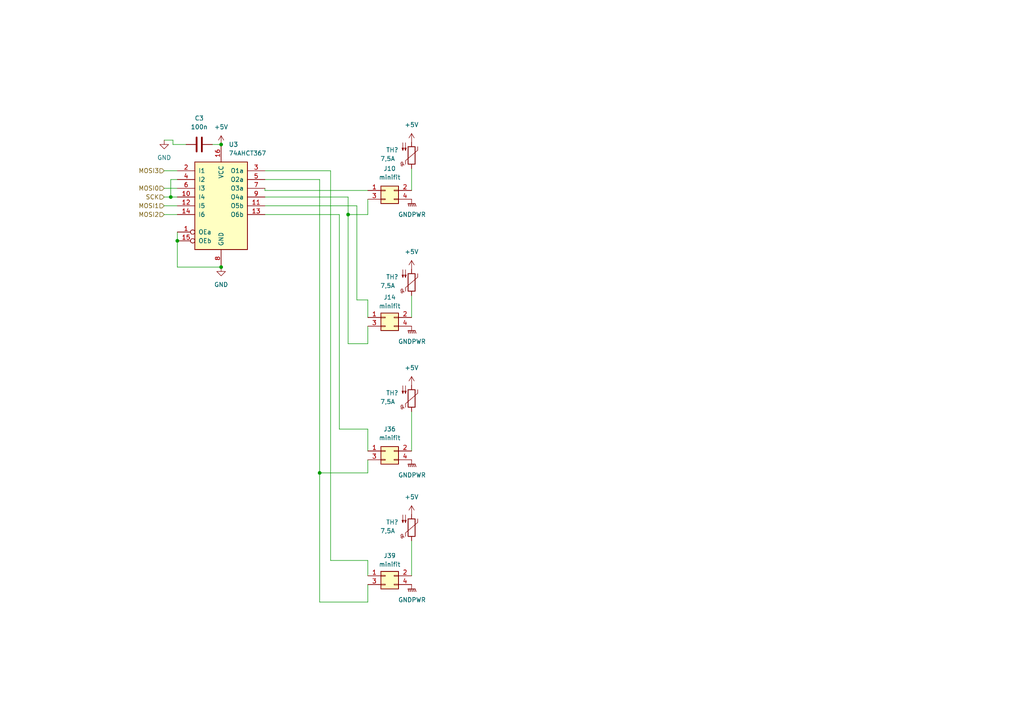
<source format=kicad_sch>
(kicad_sch (version 20230121) (generator eeschema)
  (paper "A4")
  (lib_symbols
    (symbol "74xx:74LS367" (pin_names (offset 1.016))
      (property "Reference" "U" (at -7.62 13.97 0))
      (property "Value" "74LS367" (at -7.62 -13.97 0))
      (symbol "74LS367_1_0"
        (pin input inverted (at -12.7 -7.62 0) (length 5.08) (name "OEa") (number "1"))
        (pin input line (at -12.7 2.54 0) (length 5.08) (name "I4") (number "10"))
        (pin tri_state line (at 12.7 0 180) (length 5.08) (name "O5b") (number "11"))
        (pin input line (at -12.7 0 0) (length 5.08) (name "I5") (number "12"))
        (pin tri_state line (at 12.7 -2.54 180) (length 5.08) (name "O6b") (number "13"))
        (pin input line (at -12.7 -2.54 0) (length 5.08) (name "I6") (number "14"))
        (pin input inverted (at -12.7 -10.16 0) (length 5.08) (name "OEb") (number "15"))
        (pin power_in line (at 0 17.78 270) (length 5.08) (name "VCC") (number "16"))
        (pin input line (at -12.7 10.16 0) (length 5.08) (name "I1") (number "2"))
        (pin tri_state line (at 12.7 10.16 180) (length 5.08) (name "O1a") (number "3"))
        (pin input line (at -12.7 7.62 0) (length 5.08) (name "I2") (number "4"))
        (pin tri_state line (at 12.7 7.62 180) (length 5.08) (name "O2a") (number "5"))
        (pin input line (at -12.7 5.08 0) (length 5.08) (name "I3") (number "6"))
        (pin tri_state line (at 12.7 5.08 180) (length 5.08) (name "O3a") (number "7"))
        (pin power_in line (at 0 -17.78 90) (length 5.08) (name "GND") (number "8"))
        (pin tri_state line (at 12.7 2.54 180) (length 5.08) (name "O4a") (number "9"))
      )
      (symbol "74LS367_1_1"
        (rectangle (start -7.62 12.7) (end 7.62 -12.7) (stroke (width 0.254)) (fill (type background)))
      )
    )
    (symbol "Connector_Generic:Conn_02x02_Odd_Even" (pin_names (offset 1.016) hide)
      (property "Reference" "J" (at 1.27 2.54 0))
      (property "Value" "Conn_02x02_Odd_Even" (at 1.27 -5.08 0))
      (symbol "Conn_02x02_Odd_Even_1_1"
        (rectangle (start -1.27 -2.413) (end 0 -2.667) (stroke (width 0.1524)))
        (rectangle (start -1.27 0.127) (end 0 -0.127) (stroke (width 0.1524)))
        (rectangle (start -1.27 1.27) (end 3.81 -3.81) (stroke (width 0.254)) (fill (type background)))
        (rectangle (start 3.81 -2.413) (end 2.54 -2.667) (stroke (width 0.1524)))
        (rectangle (start 3.81 0.127) (end 2.54 -0.127) (stroke (width 0.1524)))
        (pin passive line (at -5.08 0 0) (length 3.81) (name "Pin_1") (number "1"))
        (pin passive line (at 7.62 0 180) (length 3.81) (name "Pin_2") (number "2"))
        (pin passive line (at -5.08 -2.54 0) (length 3.81) (name "Pin_3") (number "3"))
        (pin passive line (at 7.62 -2.54 180) (length 3.81) (name "Pin_4") (number "4"))
      )
    )
    (symbol "Device:C" (pin_numbers hide) (pin_names (offset 0.254))
      (property "Reference" "C" (at 0.635 2.54 0))
      (property "Value" "C" (at 0.635 -2.54 0))
      (symbol "C_0_1"
        (polyline (pts (xy -2.032 -0.762) (xy 2.032 -0.762)) (stroke (width 0.508)))
        (polyline (pts (xy -2.032 0.762) (xy 2.032 0.762)) (stroke (width 0.508)))
      )
      (symbol "C_1_1"
        (pin passive line (at 0 3.81 270) (length 2.794) (name "~") (number "1"))
        (pin passive line (at 0 -3.81 90) (length 2.794) (name "~") (number "2"))
      )
    )
    (symbol "Device:Thermistor_PTC" (pin_numbers hide) (pin_names (offset 0))
      (property "Reference" "TH" (at -4.064 0 90))
      (property "Value" "Thermistor_PTC" (at 3.048 0 90))
      (symbol "Thermistor_PTC_0_1"
        (arc (start -3.048 2.159) (mid -3.0495 2.3143) (end -3.175 2.413))
        (arc (start -3.048 2.159) (mid -2.9736 1.9794) (end -2.794 1.905))
        (arc (start -3.048 2.794) (mid -2.9736 2.6144) (end -2.794 2.54))
        (arc (start -2.794 1.905) (mid -2.6144 1.9794) (end -2.54 2.159))
        (arc (start -2.794 2.54) (mid -2.4393 2.5587) (end -2.159 2.794))
        (arc (start -2.794 3.048) (mid -2.9736 2.9736) (end -3.048 2.794))
        (arc (start -2.54 2.794) (mid -2.6144 2.9736) (end -2.794 3.048))
        (rectangle (start -1.016 2.54) (end 1.016 -2.54) (stroke (width 0.254)))
        (polyline (pts (xy -2.54 2.159) (xy -2.54 2.794)))
        (polyline (pts (xy -1.778 2.54) (xy -1.778 1.524) (xy 1.778 -1.524) (xy 1.778 -2.54)))
        (polyline (pts (xy -2.54 -3.683) (xy -2.54 -1.397) (xy -2.794 -2.159) (xy -2.286 -2.159) (xy -2.54 -1.397) (xy -2.54 -1.651)) (fill (type outline)))
        (polyline (pts (xy -1.778 -3.683) (xy -1.778 -1.397) (xy -2.032 -2.159) (xy -1.524 -2.159) (xy -1.778 -1.397) (xy -1.778 -1.651)) (fill (type outline)))
      )
      (symbol "Thermistor_PTC_1_1"
        (pin passive line (at 0 3.81 270) (length 1.27) (name "~") (number "1"))
        (pin passive line (at 0 -3.81 90) (length 1.27) (name "~") (number "2"))
      )
    )
    (symbol "power:+5V" (power) (pin_names (offset 0))
      (property "Value" "+5V" (at 0 3.556 0))
      (symbol "+5V_0_1"
        (polyline (pts (xy -0.762 1.27) (xy 0 2.54)))
        (polyline (pts (xy 0 0) (xy 0 2.54)))
        (polyline (pts (xy 0 2.54) (xy 0.762 1.27)))
      )
      (symbol "+5V_1_1"
        (pin power_in line (at 0 0 90) (length 0) hide (name "+5V") (number "1"))
      )
    )
    (symbol "power:GND" (power) (pin_names (offset 0))
      (property "Value" "GND" (at 0 -3.81 0))
      (symbol "GND_0_1"
        (polyline (pts (xy 0 0) (xy 0 -1.27) (xy 1.27 -1.27) (xy 0 -2.54) (xy -1.27 -1.27) (xy 0 -1.27)))
      )
      (symbol "GND_1_1"
        (pin power_in line (at 0 0 270) (length 0) hide (name "GND") (number "1"))
      )
    )
    (symbol "power:GNDPWR" (power) (pin_names (offset 0))
      (property "Value" "GNDPWR" (at 0 -3.302 0))
      (symbol "GNDPWR_0_1"
        (polyline (pts (xy 0 -1.27) (xy 0 0)))
        (polyline (pts (xy -1.016 -1.27) (xy -1.27 -2.032) (xy -1.27 -2.032)) (stroke (width 0.2032)))
        (polyline (pts (xy -0.508 -1.27) (xy -0.762 -2.032) (xy -0.762 -2.032)) (stroke (width 0.2032)))
        (polyline (pts (xy 0 -1.27) (xy -0.254 -2.032) (xy -0.254 -2.032)) (stroke (width 0.2032)))
        (polyline (pts (xy 0.508 -1.27) (xy 0.254 -2.032) (xy 0.254 -2.032)) (stroke (width 0.2032)))
        (polyline (pts (xy 1.016 -1.27) (xy -1.016 -1.27) (xy -1.016 -1.27)) (stroke (width 0.2032)))
        (polyline (pts (xy 1.016 -1.27) (xy 0.762 -2.032) (xy 0.762 -2.032) (xy 0.762 -2.032)) (stroke (width 0.2032)))
      )
      (symbol "GNDPWR_1_1"
        (pin power_in line (at 0 0 270) (length 0) hide (name "GNDPWR") (number "1"))
      )
    )
  )
  (junction (at 92.71 137.16))
  (junction (at 100.965 62.23))
  (junction (at 49.53 57.15))
  (junction (at 51.435 69.85))
  (junction (at 64.135 77.47))
  (junction (at 64.135 41.91))
  (wire (pts (xy 49.53 52.07) (xy 51.435 52.07)))
  (wire (pts (xy 98.425 124.46) (xy 106.68 124.46)))
  (wire (pts (xy 51.435 77.47) (xy 64.135 77.47)))
  (wire (pts (xy 98.425 62.23) (xy 98.425 124.46)))
  (wire (pts (xy 47.625 49.53) (xy 51.435 49.53)))
  (wire (pts (xy 106.68 86.995) (xy 103.505 86.995)))
  (wire (pts (xy 100.965 62.23) (xy 106.68 62.23)))
  (wire (pts (xy 76.835 55.245) (xy 76.835 54.61)))
  (wire (pts (xy 106.68 57.785) (xy 106.68 62.23)))
  (wire (pts (xy 51.435 67.31) (xy 51.435 69.85)))
  (wire (pts (xy 47.625 62.23) (xy 51.435 62.23)))
  (wire (pts (xy 92.71 137.16) (xy 92.71 174.625)))
  (wire (pts (xy 92.71 174.625) (xy 106.68 174.625)))
  (wire (pts (xy 119.38 119.38) (xy 119.38 130.81)))
  (wire (pts (xy 50.165 41.91) (xy 53.975 41.91)))
  (wire (pts (xy 47.625 59.69) (xy 51.435 59.69)))
  (wire (pts (xy 106.68 94.615) (xy 106.68 99.695)))
  (wire (pts (xy 119.38 85.725) (xy 119.38 92.075)))
  (wire (pts (xy 47.625 57.15) (xy 49.53 57.15)))
  (wire (pts (xy 61.595 41.91) (xy 64.135 41.91)))
  (wire (pts (xy 76.835 62.23) (xy 98.425 62.23)))
  (wire (pts (xy 103.505 59.69) (xy 103.505 86.995)))
  (wire (pts (xy 76.835 57.15) (xy 100.965 57.15)))
  (wire (pts (xy 119.38 156.845) (xy 119.38 167.005)))
  (wire (pts (xy 76.835 59.69) (xy 103.505 59.69)))
  (wire (pts (xy 106.68 124.46) (xy 106.68 130.81)))
  (wire (pts (xy 106.68 167.005) (xy 106.68 162.56)))
  (wire (pts (xy 100.965 57.15) (xy 100.965 62.23)))
  (wire (pts (xy 92.71 52.07) (xy 92.71 137.16)))
  (wire (pts (xy 76.835 55.245) (xy 106.68 55.245)))
  (wire (pts (xy 47.625 54.61) (xy 51.435 54.61)))
  (wire (pts (xy 100.965 62.23) (xy 100.965 99.695)))
  (wire (pts (xy 106.68 169.545) (xy 106.68 174.625)))
  (wire (pts (xy 119.38 48.895) (xy 119.38 55.245)))
  (wire (pts (xy 95.885 49.53) (xy 76.835 49.53)))
  (wire (pts (xy 95.885 49.53) (xy 95.885 162.56)))
  (wire (pts (xy 106.68 162.56) (xy 95.885 162.56)))
  (wire (pts (xy 106.68 133.35) (xy 106.68 137.16)))
  (wire (pts (xy 50.165 40.64) (xy 50.165 41.91)))
  (wire (pts (xy 100.965 99.695) (xy 106.68 99.695)))
  (wire (pts (xy 49.53 57.15) (xy 51.435 57.15)))
  (wire (pts (xy 76.835 52.07) (xy 92.71 52.07)))
  (wire (pts (xy 51.435 69.85) (xy 51.435 77.47)))
  (wire (pts (xy 106.68 86.995) (xy 106.68 92.075)))
  (wire (pts (xy 47.625 40.64) (xy 50.165 40.64)))
  (wire (pts (xy 49.53 52.07) (xy 49.53 57.15)))
  (wire (pts (xy 92.71 137.16) (xy 106.68 137.16)))
  (hierarchical_label "SCK" (shape input) (at 47.625 57.15 180))
  (hierarchical_label "MOSI2" (shape input) (at 47.625 62.23 180))
  (hierarchical_label "MOSI1" (shape input) (at 47.625 59.69 180))
  (hierarchical_label "MOSI3" (shape input) (at 47.625 49.53 180))
  (hierarchical_label "MOSI0" (shape input) (at 47.625 54.61 180))
  (symbol (lib_id "power:+5V") (at 119.38 111.76 0) (mirror y) (unit 1)
    (property "Reference" "#PWR030" (effects hide))
    (property "Value" "+5V" (at 119.38 106.68 0))
    (instances (project "speedomobile" (path "" (reference "#PWR031") (unit 1)) (path "" (reference "#PWR0191") (unit 1)) (path "" (reference "#PWR0174") (unit 1)) (path "" (reference "#PWR0178") (unit 1)) (path "" (reference "#PWR0187") (unit 1))))
  )
  (symbol (lib_id "Device:C") (at 57.785 41.91 90) (mirror x) (unit 1)
    (property "Reference" "C3" (at 57.785 34.29 90))
    (property "Value" "100n" (at 57.785 36.83 90))
    (property "Footprint" "Capacitor_SMD:C_1206_3216Metric" (effects hide))
    (property "mouser" " 80-C1206C104K5R " (effects hide))
    (instances (project "speedomobile" (path "" (reference "C3") (unit 1)) (path "" (reference "C14") (unit 1)) (path "" (reference "C14") (unit 1)) (path "" (reference "C15") (unit 1)) (path "" (reference "C16") (unit 1)) (path "" (reference "C23") (unit 1))))
  )
  (symbol (lib_id "power:GNDPWR") (at 119.38 57.785 0) (mirror y) (unit 1)
    (property "Reference" "#PWR030" (effects hide))
    (property "Value" "GNDPWR" (at 119.507 62.23 0))
    (instances (project "speedomobile" (path "" (reference "#PWR030") (unit 1)) (path "" (reference "#PWR031") (unit 1)) (path "" (reference "#PWR0109") (unit 1)) (path "" (reference "#PWR0173") (unit 1)) (path "" (reference "#PWR0184") (unit 1))))
  )
  (symbol (lib_id "power:+5V") (at 119.38 78.105 0) (mirror y) (unit 1)
    (property "Reference" "#PWR030" (effects hide))
    (property "Value" "+5V" (at 119.38 73.025 0))
    (instances (project "speedomobile" (path "" (reference "#PWR031") (unit 1)) (path "" (reference "#PWR0139") (unit 1)) (path "" (reference "#PWR033") (unit 1)) (path "" (reference "#PWR036") (unit 1)) (path "" (reference "#PWR0124") (unit 1))))
  )
  (symbol (lib_id "power:+5V") (at 64.135 41.91 0) (unit 1)
    (property "Reference" "#PWR0159" (effects hide))
    (property "Value" "+5V" (at 64.135 36.83 0))
    (instances (project "speedomobile" (path "" (reference "#PWR0159") (unit 1)) (path "" (reference "#PWR028") (unit 1)) (path "" (reference "#PWR0104") (unit 1)) (path "" (reference "#PWR0158") (unit 1))))
  )
  (symbol (lib_id "Connector_Generic:Conn_02x02_Odd_Even") (at 111.76 55.245 0) (unit 1)
    (property "Reference" "J10" (at 113.03 48.895 0))
    (property "Value" "minifit" (at 113.03 51.435 0))
    (property "Footprint" "Connector_Molex:Molex_Mini-Fit_Jr_5566-04A_2x02_P4.20mm_Vertical" (effects hide))
    (instances (project "speedomobile" (path "" (reference "J10") (unit 1)) (path "" (reference "J11") (unit 1)) (path "" (reference "J12") (unit 1)) (path "" (reference "J13") (unit 1))))
  )
  (symbol (lib_id "Device:Thermistor_PTC") (at 119.38 115.57 0) (mirror x) (unit 1)
    (property "Reference" "TH?" (at 115.57 113.9825 0) (effects (justify right)))
    (property "Value" "7,5A " (at 115.57 116.5225 0) (effects (justify right)))
    (property "Footprint" "Resistor_SMD:R_1210_3225Metric" (effects hide))
    (property "mouser" " 504-PTSLR12106V750 " (effects hide))
    (instances (project "speedomobile" (path "" (reference "TH?") (unit 1)) (path "" (reference "TH9") (unit 1)) (path "" (reference "TH16") (unit 1)) (path "" (reference "TH20") (unit 1)) (path "" (reference "TH7") (unit 1)) (path "" (reference "TH15") (unit 1)) (path "" (reference "TH18") (unit 1))))
  )
  (symbol (lib_id "Device:Thermistor_PTC") (at 119.38 153.035 0) (mirror x) (unit 1)
    (property "Reference" "TH?" (at 115.57 151.4475 0) (effects (justify right)))
    (property "Value" "7,5A " (at 115.57 153.9875 0) (effects (justify right)))
    (property "Footprint" "Resistor_SMD:R_1210_3225Metric" (effects hide))
    (property "mouser" " 504-PTSLR12106V750 " (effects hide))
    (instances (project "speedomobile" (path "" (reference "TH?") (unit 1)) (path "" (reference "TH9") (unit 1)) (path "" (reference "TH16") (unit 1)) (path "" (reference "TH21") (unit 1)) (path "" (reference "TH14") (unit 1)) (path "" (reference "TH16") (unit 1)) (path "" (reference "TH19") (unit 1))))
  )
  (symbol (lib_id "power:GNDPWR") (at 119.38 133.35 0) (mirror y) (unit 1)
    (property "Reference" "#PWR030" (effects hide))
    (property "Value" "GNDPWR" (at 119.507 137.795 0))
    (instances (project "speedomobile" (path "" (reference "#PWR030") (unit 1)) (path "" (reference "#PWR0189") (unit 1)) (path "" (reference "#PWR0167") (unit 1)) (path "" (reference "#PWR0176") (unit 1)) (path "" (reference "#PWR0185") (unit 1))))
  )
  (symbol (lib_id "power:+5V") (at 119.38 41.275 0) (mirror y) (unit 1)
    (property "Reference" "#PWR030" (effects hide))
    (property "Value" "+5V" (at 119.38 36.195 0))
    (instances (project "speedomobile" (path "" (reference "#PWR031") (unit 1)) (path "" (reference "#PWR030") (unit 1)) (path "" (reference "#PWR0108") (unit 1)) (path "" (reference "#PWR0172") (unit 1)) (path "" (reference "#PWR0183") (unit 1))))
  )
  (symbol (lib_id "Connector_Generic:Conn_02x02_Odd_Even") (at 111.76 92.075 0) (unit 1)
    (property "Reference" "J14" (at 113.03 86.233 0))
    (property "Value" "minifit" (at 113.03 88.773 0))
    (property "Footprint" "Connector_Molex:Molex_Mini-Fit_Jr_5566-04A_2x02_P4.20mm_Vertical" (effects hide))
    (instances (project "speedomobile" (path "" (reference "J14") (unit 1)) (path "" (reference "J15") (unit 1)) (path "" (reference "J16") (unit 1)) (path "" (reference "J17") (unit 1))))
  )
  (symbol (lib_id "power:+5V") (at 119.38 149.225 0) (mirror y) (unit 1)
    (property "Reference" "#PWR030" (effects hide))
    (property "Value" "+5V" (at 119.38 144.145 0))
    (instances (project "speedomobile" (path "" (reference "#PWR031") (unit 1)) (path "" (reference "#PWR0192") (unit 1)) (path "" (reference "#PWR0175") (unit 1)) (path "" (reference "#PWR0179") (unit 1)) (path "" (reference "#PWR0188") (unit 1))))
  )
  (symbol (lib_id "Device:Thermistor_PTC") (at 119.38 45.085 0) (mirror x) (unit 1)
    (property "Reference" "TH?" (at 115.57 43.4975 0) (effects (justify right)))
    (property "Value" "7,5A " (at 115.57 46.0375 0) (effects (justify right)))
    (property "Footprint" "Resistor_SMD:R_1210_3225Metric" (effects hide))
    (property "mouser" " 504-PTSLR12106V750 " (effects hide))
    (instances (project "speedomobile" (path "" (reference "TH?") (unit 1)) (path "" (reference "TH9") (unit 1)) (path "" (reference "TH16") (unit 1)) (path "" (reference "TH1") (unit 1)) (path "" (reference "TH4") (unit 1)) (path "" (reference "TH8") (unit 1)) (path "" (reference "TH17") (unit 1))))
  )
  (symbol (lib_id "Connector_Generic:Conn_02x02_Odd_Even") (at 111.76 130.81 0) (unit 1)
    (property "Reference" "J36" (at 113.03 124.46 0))
    (property "Value" "minifit" (at 113.03 127 0))
    (property "Footprint" "Connector_Molex:Molex_Mini-Fit_Jr_5566-04A_2x02_P4.20mm_Vertical" (effects hide))
    (instances (project "speedomobile" (path "" (reference "J36") (unit 1)) (path "" (reference "J41") (unit 1)) (path "" (reference "J43") (unit 1)) (path "" (reference "J45") (unit 1))))
  )
  (symbol (lib_id "Device:Thermistor_PTC") (at 119.38 81.915 0) (mirror x) (unit 1)
    (property "Reference" "TH?" (at 115.57 80.3275 0) (effects (justify right)))
    (property "Value" "7,5A " (at 115.57 82.8675 0) (effects (justify right)))
    (property "Footprint" "Resistor_SMD:R_1210_3225Metric" (effects hide))
    (property "mouser" " 504-PTSLR12106V750 " (effects hide))
    (instances (project "speedomobile" (path "" (reference "TH?") (unit 1)) (path "" (reference "TH9") (unit 1)) (path "" (reference "TH16") (unit 1)) (path "" (reference "TH6") (unit 1)) (path "" (reference "TH2") (unit 1)) (path "" (reference "TH3") (unit 1)) (path "" (reference "TH5") (unit 1))))
  )
  (symbol (lib_id "power:GNDPWR") (at 119.38 94.615 0) (mirror y) (unit 1)
    (property "Reference" "#PWR030" (effects hide))
    (property "Value" "GNDPWR" (at 119.507 99.06 0))
    (instances (project "speedomobile" (path "" (reference "#PWR030") (unit 1)) (path "" (reference "#PWR0136") (unit 1)) (path "" (reference "#PWR032") (unit 1)) (path "" (reference "#PWR034") (unit 1)) (path "" (reference "#PWR0110") (unit 1))))
  )
  (symbol (lib_id "power:GND") (at 64.135 77.47 0) (unit 1)
    (property "Reference" "#PWR017" (effects hide))
    (property "Value" "GND" (at 64.135 82.55 0))
    (instances (project "speedomobile" (path "" (reference "#PWR017") (unit 1)) (path "" (reference "#PWR029") (unit 1)) (path "" (reference "#PWR029") (unit 1)) (path "" (reference "#PWR0107") (unit 1)) (path "" (reference "#PWR0171") (unit 1)) (path "" (reference "#PWR0182") (unit 1))))
  )
  (symbol (lib_id "power:GND") (at 47.625 40.64 0) (unit 1)
    (property "Reference" "#PWR015" (effects hide))
    (property "Value" "GND" (at 47.625 45.72 0))
    (instances (project "speedomobile" (path "" (reference "#PWR015") (unit 1)) (path "" (reference "#PWR027") (unit 1)) (path "" (reference "#PWR027") (unit 1)) (path "" (reference "#PWR040") (unit 1)) (path "" (reference "#PWR0169") (unit 1)) (path "" (reference "#PWR0180") (unit 1))))
  )
  (symbol (lib_id "power:GNDPWR") (at 119.38 169.545 0) (mirror y) (unit 1)
    (property "Reference" "#PWR030" (effects hide))
    (property "Value" "GNDPWR" (at 119.507 173.99 0))
    (instances (project "speedomobile" (path "" (reference "#PWR030") (unit 1)) (path "" (reference "#PWR0190") (unit 1)) (path "" (reference "#PWR0168") (unit 1)) (path "" (reference "#PWR0177") (unit 1)) (path "" (reference "#PWR0186") (unit 1))))
  )
  (symbol (lib_id "74xx:74LS367") (at 64.135 59.69 0) (unit 1)
    (property "Reference" "U3" (at 66.3291 41.91 0) (effects (justify left)))
    (property "Value" "74AHCT367" (at 66.3291 44.45 0) (effects (justify left)))
    (property "Footprint" "Package_SO:SOIC-16_3.9x9.9mm_P1.27mm" (effects hide))
    (property "Datasheet" "http://www.ti.com/lit/gpn/sn74LS367" (effects hide))
    (property "mouser" " 595-SN74AHCT367DR " (effects hide))
    (instances (project "speedomobile" (path "" (reference "U3") (unit 1)) (path "" (reference "U13") (unit 1)) (path "" (reference "U13") (unit 1)) (path "" (reference "U15") (unit 1)) (path "" (reference "U16") (unit 1)) (path "" (reference "U17") (unit 1))))
  )
  (symbol (lib_id "Connector_Generic:Conn_02x02_Odd_Even") (at 111.76 167.005 0) (unit 1)
    (property "Reference" "J39" (at 113.03 161.163 0))
    (property "Value" "minifit" (at 113.03 163.703 0))
    (property "Footprint" "Connector_Molex:Molex_Mini-Fit_Jr_5566-04A_2x02_P4.20mm_Vertical" (effects hide))
    (instances (project "speedomobile" (path "" (reference "J39") (unit 1)) (path "" (reference "J42") (unit 1)) (path "" (reference "J44") (unit 1)) (path "" (reference "J46") (unit 1))))
  )
)
</source>
